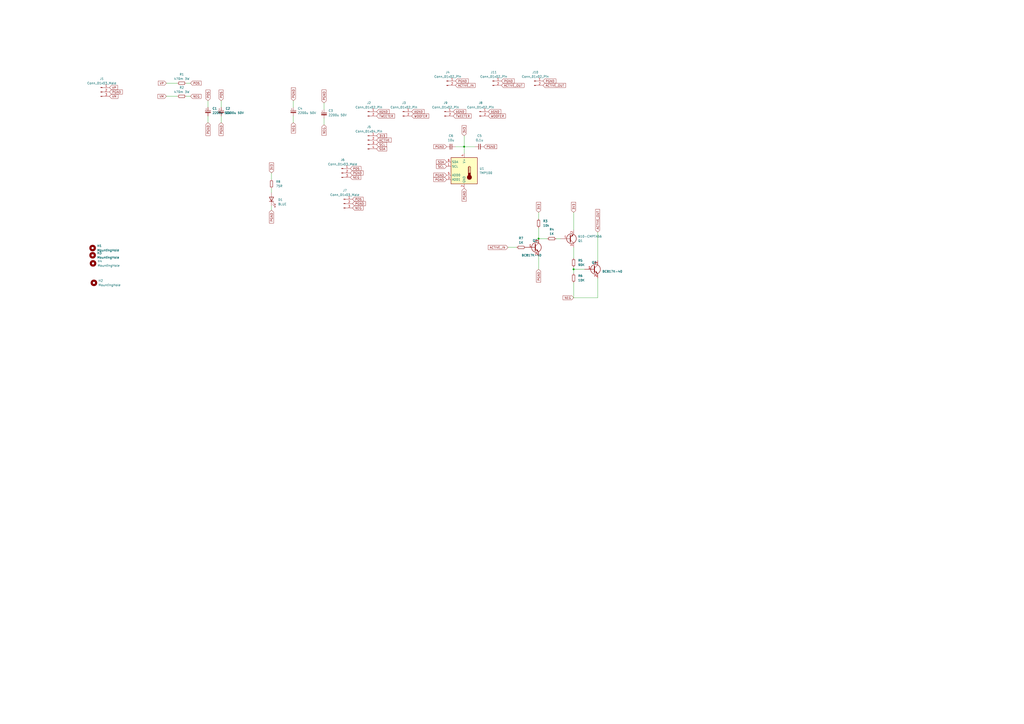
<source format=kicad_sch>
(kicad_sch (version 20231120) (generator "eeschema") (generator_version "8.0")
  (paper "A2")
  (lib_symbols
    (symbol "Connector:Conn_01x02_Pin" (pin_names (offset 1.016) hide)
      (property "Reference" "J" (at 0 2.54 0))
      (property "Value" "Conn_01x02_Pin" (at 0 -5.08 0))
      (symbol "Conn_01x02_Pin_1_1"
        (polyline (pts (xy 1.27 -2.54) (xy 0.8636 -2.54)) (stroke (width 0.1524)))
        (polyline (pts (xy 1.27 0) (xy 0.8636 0)) (stroke (width 0.1524)))
        (rectangle (start 0.8636 -2.413) (end 0 -2.667) (stroke (width 0.1524)) (fill (type outline)))
        (rectangle (start 0.8636 0.127) (end 0 -0.127) (stroke (width 0.1524)) (fill (type outline)))
        (pin passive line (at 5.08 0 180) (length 3.81) (name "Pin_1") (number "1"))
        (pin passive line (at 5.08 -2.54 180) (length 3.81) (name "Pin_2") (number "2"))
      )
    )
    (symbol "Connector:Conn_01x03_Male" (pin_names (offset 1.016) hide)
      (property "Reference" "J" (at 0 5.08 0))
      (property "Value" "Conn_01x03_Male" (at 0 -5.08 0))
      (symbol "Conn_01x03_Male_1_1"
        (polyline (pts (xy 1.27 -2.54) (xy 0.8636 -2.54)) (stroke (width 0.1524)))
        (polyline (pts (xy 1.27 0) (xy 0.8636 0)) (stroke (width 0.1524)))
        (polyline (pts (xy 1.27 2.54) (xy 0.8636 2.54)) (stroke (width 0.1524)))
        (rectangle (start 0.8636 -2.413) (end 0 -2.667) (stroke (width 0.1524)) (fill (type outline)))
        (rectangle (start 0.8636 0.127) (end 0 -0.127) (stroke (width 0.1524)) (fill (type outline)))
        (rectangle (start 0.8636 2.667) (end 0 2.413) (stroke (width 0.1524)) (fill (type outline)))
        (pin passive line (at 5.08 2.54 180) (length 3.81) (name "Pin_1") (number "1"))
        (pin passive line (at 5.08 0 180) (length 3.81) (name "Pin_2") (number "2"))
        (pin passive line (at 5.08 -2.54 180) (length 3.81) (name "Pin_3") (number "3"))
      )
    )
    (symbol "Connector:Conn_01x04_Pin" (pin_names (offset 1.016) hide)
      (property "Reference" "J" (at 0 5.08 0))
      (property "Value" "Conn_01x04_Pin" (at 0 -7.62 0))
      (symbol "Conn_01x04_Pin_1_1"
        (polyline (pts (xy 1.27 -5.08) (xy 0.8636 -5.08)) (stroke (width 0.1524)))
        (polyline (pts (xy 1.27 -2.54) (xy 0.8636 -2.54)) (stroke (width 0.1524)))
        (polyline (pts (xy 1.27 0) (xy 0.8636 0)) (stroke (width 0.1524)))
        (polyline (pts (xy 1.27 2.54) (xy 0.8636 2.54)) (stroke (width 0.1524)))
        (rectangle (start 0.8636 -4.953) (end 0 -5.207) (stroke (width 0.1524)) (fill (type outline)))
        (rectangle (start 0.8636 -2.413) (end 0 -2.667) (stroke (width 0.1524)) (fill (type outline)))
        (rectangle (start 0.8636 0.127) (end 0 -0.127) (stroke (width 0.1524)) (fill (type outline)))
        (rectangle (start 0.8636 2.667) (end 0 2.413) (stroke (width 0.1524)) (fill (type outline)))
        (pin passive line (at 5.08 2.54 180) (length 3.81) (name "Pin_1") (number "1"))
        (pin passive line (at 5.08 0 180) (length 3.81) (name "Pin_2") (number "2"))
        (pin passive line (at 5.08 -2.54 180) (length 3.81) (name "Pin_3") (number "3"))
        (pin passive line (at 5.08 -5.08 180) (length 3.81) (name "Pin_4") (number "4"))
      )
    )
    (symbol "Device:C_Polarized_Small" (pin_numbers hide) (pin_names (offset 0.254) hide)
      (property "Reference" "C" (at 0.254 1.778 0))
      (property "Value" "C_Polarized_Small" (at 0.254 -2.032 0))
      (symbol "C_Polarized_Small_0_1"
        (rectangle (start -1.524 -0.3048) (end 1.524 -0.6858) (fill (type outline)))
        (rectangle (start -1.524 0.6858) (end 1.524 0.3048))
        (polyline (pts (xy -1.27 1.524) (xy -0.762 1.524)))
        (polyline (pts (xy -1.016 1.27) (xy -1.016 1.778)))
      )
      (symbol "C_Polarized_Small_1_1"
        (pin passive line (at 0 2.54 270) (length 1.8542) (name "~") (number "1"))
        (pin passive line (at 0 -2.54 90) (length 1.8542) (name "~") (number "2"))
      )
    )
    (symbol "Device:C_Small" (pin_numbers hide) (pin_names (offset 0.254) hide)
      (property "Reference" "C" (at 0.254 1.778 0))
      (property "Value" "C_Small" (at 0.254 -2.032 0))
      (symbol "C_Small_0_1"
        (polyline (pts (xy -1.524 -0.508) (xy 1.524 -0.508)) (stroke (width 0.3302)))
        (polyline (pts (xy -1.524 0.508) (xy 1.524 0.508)) (stroke (width 0.3048)))
      )
      (symbol "C_Small_1_1"
        (pin passive line (at 0 2.54 270) (length 2.032) (name "~") (number "1"))
        (pin passive line (at 0 -2.54 90) (length 2.032) (name "~") (number "2"))
      )
    )
    (symbol "Device:LED" (pin_numbers hide) (pin_names (offset 1.016) hide)
      (property "Reference" "D" (at 0 2.54 0))
      (property "Value" "LED" (at 0 -2.54 0))
      (symbol "LED_0_1"
        (polyline (pts (xy -1.27 -1.27) (xy -1.27 1.27)) (stroke (width 0.254)))
        (polyline (pts (xy -1.27 0) (xy 1.27 0)))
        (polyline (pts (xy 1.27 -1.27) (xy 1.27 1.27) (xy -1.27 0) (xy 1.27 -1.27)) (stroke (width 0.254)))
        (polyline (pts (xy -3.048 -0.762) (xy -4.572 -2.286) (xy -3.81 -2.286) (xy -4.572 -2.286) (xy -4.572 -1.524)))
        (polyline (pts (xy -1.778 -0.762) (xy -3.302 -2.286) (xy -2.54 -2.286) (xy -3.302 -2.286) (xy -3.302 -1.524)))
      )
      (symbol "LED_1_1"
        (pin passive line (at -3.81 0 0) (length 2.54) (name "K") (number "1"))
        (pin passive line (at 3.81 0 180) (length 2.54) (name "A") (number "2"))
      )
    )
    (symbol "Device:Q_PNP_BEC" (pin_names (offset 0) hide)
      (property "Reference" "Q" (at 5.08 1.27 0))
      (property "Value" "Q_PNP_BEC" (at 5.08 -1.27 0))
      (symbol "Q_PNP_BEC_0_1"
        (polyline (pts (xy 0.635 0.635) (xy 2.54 2.54)))
        (polyline (pts (xy 0.635 -0.635) (xy 2.54 -2.54) (xy 2.54 -2.54)))
        (polyline (pts (xy 0.635 1.905) (xy 0.635 -1.905) (xy 0.635 -1.905)) (stroke (width 0.508)))
        (polyline (pts (xy 2.286 -1.778) (xy 1.778 -2.286) (xy 1.27 -1.27) (xy 2.286 -1.778) (xy 2.286 -1.778)) (fill (type outline)))
        (circle (center 1.27 0) (radius 2.8194) (stroke (width 0.254)))
      )
      (symbol "Q_PNP_BEC_1_1"
        (pin input line (at -5.08 0 0) (length 5.715) (name "B") (number "1"))
        (pin passive line (at 2.54 -5.08 90) (length 2.54) (name "E") (number "2"))
        (pin passive line (at 2.54 5.08 270) (length 2.54) (name "C") (number "3"))
      )
    )
    (symbol "Device:R_Small" (pin_numbers hide) (pin_names (offset 0.254) hide)
      (property "Reference" "R" (at 0.762 0.508 0))
      (property "Value" "R_Small" (at 0.762 -1.016 0))
      (symbol "R_Small_0_1"
        (rectangle (start -0.762 1.778) (end 0.762 -1.778) (stroke (width 0.2032)))
      )
      (symbol "R_Small_1_1"
        (pin passive line (at 0 2.54 270) (length 0.762) (name "~") (number "1"))
        (pin passive line (at 0 -2.54 90) (length 0.762) (name "~") (number "2"))
      )
    )
    (symbol "Mechanical:MountingHole" (pin_names (offset 1.016))
      (property "Reference" "H" (at 0 5.08 0))
      (property "Value" "MountingHole" (at 0 3.175 0))
      (symbol "MountingHole_0_1"
        (circle (center 0 0) (radius 1.27) (stroke (width 1.27)))
      )
    )
    (symbol "Sensor_Temperature:TMP100"
      (property "Reference" "U" (at 10.16 6.35 0))
      (property "Value" "TMP100" (at 12.7 3.81 0))
      (symbol "TMP100_0_1"
        (rectangle (start -7.62 7.62) (end 7.62 -7.62) (stroke (width 0.254)) (fill (type background)))
      )
      (symbol "TMP100_1_1"
        (polyline (pts (xy 2.413 -0.635) (xy 3.048 -0.635)) (stroke (width 0.254)))
        (polyline (pts (xy 2.413 0) (xy 3.048 0)) (stroke (width 0.254)))
        (polyline (pts (xy 2.413 0.635) (xy 3.048 0.635)) (stroke (width 0.254)))
        (polyline (pts (xy 2.413 1.27) (xy 3.048 1.27)) (stroke (width 0.254)))
        (polyline (pts (xy 2.413 1.905) (xy 2.413 -1.27)) (stroke (width 0.254)))
        (polyline (pts (xy 2.413 1.905) (xy 3.048 1.905)) (stroke (width 0.254)))
        (polyline (pts (xy 3.683 1.905) (xy 3.683 -1.27)) (stroke (width 0.254)))
        (circle (center 3.048 -3.81) (radius 1.27) (stroke (width 0.254)) (fill (type outline)))
        (rectangle (start 3.683 -3.175) (end 2.413 -1.27) (stroke (width 0.254)) (fill (type outline)))
        (arc (start 3.683 1.905) (mid 3.048 2.5373) (end 2.413 1.905) (stroke (width 0.254)))
        (pin input line (at -10.16 2.54 0) (length 2.54) (name "SCL") (number "1"))
        (pin power_in line (at 0 -10.16 90) (length 2.54) (name "GND") (number "2"))
        (pin input line (at -10.16 -5.08 0) (length 2.54) (name "ADD1") (number "3"))
        (pin power_in line (at 0 10.16 270) (length 2.54) (name "V+") (number "4"))
        (pin input line (at -10.16 -2.54 0) (length 2.54) (name "ADD0") (number "5"))
        (pin bidirectional line (at -10.16 5.08 0) (length 2.54) (name "SDA") (number "6"))
      )
    )
    (symbol "Transistor_BJT:2N3055" (pin_names (offset 0) hide)
      (property "Reference" "Q" (at 5.08 1.905 0))
      (property "Value" "2N3055" (at 5.08 0 0))
      (symbol "2N3055_0_1"
        (polyline (pts (xy 0.635 0.635) (xy 2.54 2.54)))
        (polyline (pts (xy 0.635 -0.635) (xy 2.54 -2.54) (xy 2.54 -2.54)))
        (polyline (pts (xy 0.635 1.905) (xy 0.635 -1.905) (xy 0.635 -1.905)) (stroke (width 0.508)))
        (polyline (pts (xy 1.27 -1.778) (xy 1.778 -1.27) (xy 2.286 -2.286) (xy 1.27 -1.778) (xy 1.27 -1.778)) (fill (type outline)))
        (circle (center 1.27 0) (radius 2.8194) (stroke (width 0.254)))
      )
      (symbol "2N3055_1_1"
        (pin input line (at -5.08 0 0) (length 5.715) (name "B") (number "1"))
        (pin passive line (at 2.54 -5.08 90) (length 2.54) (name "E") (number "2"))
        (pin passive line (at 2.54 5.08 270) (length 2.54) (name "C") (number "3"))
      )
    )
  )
  (junction (at 312.42 138.43))
  (junction (at 332.74 156.21))
  (junction (at 269.24 85.09))
  (wire (pts (xy 102.87 48.26) (xy 96.52 48.26)))
  (wire (pts (xy 110.49 55.88) (xy 107.95 55.88)))
  (wire (pts (xy 312.42 156.21) (xy 312.42 148.59)))
  (wire (pts (xy 128.27 58.42) (xy 128.27 62.23)))
  (wire (pts (xy 332.74 172.72) (xy 346.71 172.72)))
  (wire (pts (xy 102.87 55.88) (xy 96.52 55.88)))
  (wire (pts (xy 170.18 71.12) (xy 170.18 67.31)))
  (wire (pts (xy 120.65 71.12) (xy 120.65 67.31)))
  (wire (pts (xy 332.74 158.75) (xy 332.74 156.21)))
  (wire (pts (xy 170.18 58.42) (xy 170.18 62.23)))
  (wire (pts (xy 294.64 143.51) (xy 299.72 143.51)))
  (wire (pts (xy 187.96 72.39) (xy 187.96 68.58)))
  (wire (pts (xy 332.74 172.72) (xy 332.74 163.83)))
  (wire (pts (xy 269.24 85.09) (xy 275.59 85.09)))
  (wire (pts (xy 269.24 85.09) (xy 269.24 88.9)))
  (wire (pts (xy 187.96 59.69) (xy 187.96 63.5)))
  (wire (pts (xy 157.48 104.14) (xy 157.48 100.33)))
  (wire (pts (xy 312.42 132.08) (xy 312.42 138.43)))
  (wire (pts (xy 332.74 143.51) (xy 332.74 149.86)))
  (wire (pts (xy 264.16 85.09) (xy 269.24 85.09)))
  (wire (pts (xy 120.65 58.42) (xy 120.65 62.23)))
  (wire (pts (xy 312.42 123.19) (xy 312.42 127)))
  (wire (pts (xy 332.74 156.21) (xy 332.74 154.94)))
  (wire (pts (xy 332.74 123.19) (xy 332.74 133.35)))
  (wire (pts (xy 157.48 121.92) (xy 157.48 119.38)))
  (wire (pts (xy 157.48 111.76) (xy 157.48 109.22)))
  (wire (pts (xy 346.71 134.62) (xy 346.71 151.13)))
  (wire (pts (xy 269.24 78.74) (xy 269.24 85.09)))
  (wire (pts (xy 346.71 161.29) (xy 346.71 172.72)))
  (wire (pts (xy 332.74 156.21) (xy 339.09 156.21)))
  (wire (pts (xy 312.42 138.43) (xy 317.5 138.43)))
  (wire (pts (xy 322.58 138.43) (xy 325.12 138.43)))
  (wire (pts (xy 128.27 71.12) (xy 128.27 67.31)))
  (wire (pts (xy 110.49 48.26) (xy 107.95 48.26)))
  (global_label "PGND" (shape input) (at 187.96 59.69 90) (property "Intersheetrefs" "${INTERSHEET_REFS}" (effects (hide yes))))
  (global_label "POS" (shape input) (at 203.2 97.79 0) (property "Intersheetrefs" "${INTERSHEET_REFS}" (effects (hide yes))))
  (global_label "3V3" (shape input) (at 332.74 123.19 90) (property "Intersheetrefs" "${INTERSHEET_REFS}" (effects (hide yes))))
  (global_label "PGND" (shape input) (at 128.27 71.12 270) (property "Intersheetrefs" "${INTERSHEET_REFS}" (effects (hide yes))))
  (global_label "PGND" (shape input) (at 269.24 109.22 270) (property "Intersheetrefs" "${INTERSHEET_REFS}" (effects (hide yes))))
  (global_label "PGND" (shape input) (at 264.16 46.99 0) (property "Intersheetrefs" "${INTERSHEET_REFS}" (effects (hide yes))))
  (global_label "POS" (shape input) (at 204.47 115.57 0) (property "Intersheetrefs" "${INTERSHEET_REFS}" (effects (hide yes))))
  (global_label "PGND" (shape input) (at 312.42 156.21 270) (property "Intersheetrefs" "${INTERSHEET_REFS}" (effects (hide yes))))
  (global_label "ACTIVE_OUT" (shape input) (at 290.83 49.53 0) (property "Intersheetrefs" "${INTERSHEET_REFS}" (effects (hide yes))))
  (global_label "NEG" (shape input) (at 204.47 120.65 0) (property "Intersheetrefs" "${INTERSHEET_REFS}" (effects (hide yes))))
  (global_label "PGND" (shape input) (at 259.08 85.09 180) (property "Intersheetrefs" "${INTERSHEET_REFS}" (effects (hide yes))))
  (global_label "3V3" (shape input) (at 157.48 100.33 90) (property "Intersheetrefs" "${INTERSHEET_REFS}" (effects (hide yes))))
  (global_label "PGND" (shape input) (at 170.18 58.42 90) (property "Intersheetrefs" "${INTERSHEET_REFS}" (effects (hide yes))))
  (global_label "ACTIVE" (shape input) (at 218.44 81.28 0) (property "Intersheetrefs" "${INTERSHEET_REFS}" (effects (hide yes))))
  (global_label "PGND" (shape input) (at 157.48 121.92 270) (property "Intersheetrefs" "${INTERSHEET_REFS}" (effects (hide yes))))
  (global_label "PGND" (shape input) (at 259.08 101.6 180) (property "Intersheetrefs" "${INTERSHEET_REFS}" (effects (hide yes))))
  (global_label "NEG" (shape input) (at 110.49 55.88 0) (property "Intersheetrefs" "${INTERSHEET_REFS}" (effects (hide yes))))
  (global_label "AGND" (shape input) (at 283.21 64.77 0) (property "Intersheetrefs" "${INTERSHEET_REFS}" (effects (hide yes))))
  (global_label "ACTIVE_OUT" (shape input) (at 346.71 134.62 90) (property "Intersheetrefs" "${INTERSHEET_REFS}" (effects (hide yes))))
  (global_label "SDA" (shape input) (at 218.44 86.36 0) (property "Intersheetrefs" "${INTERSHEET_REFS}" (effects (hide yes))))
  (global_label "WOOFER" (shape input) (at 283.21 67.31 0) (property "Intersheetrefs" "${INTERSHEET_REFS}" (effects (hide yes))))
  (global_label "3V3" (shape input) (at 218.44 78.74 0) (property "Intersheetrefs" "${INTERSHEET_REFS}" (effects (hide yes))))
  (global_label "ACTIVE_OUT" (shape input) (at 314.96 49.53 0) (property "Intersheetrefs" "${INTERSHEET_REFS}" (effects (hide yes))))
  (global_label "AGND" (shape input) (at 238.76 64.77 0) (property "Intersheetrefs" "${INTERSHEET_REFS}" (effects (hide yes))))
  (global_label "VP" (shape input) (at 96.52 48.26 180) (property "Intersheetrefs" "${INTERSHEET_REFS}" (effects (hide yes))))
  (global_label "SDA" (shape input) (at 259.08 93.98 180) (property "Intersheetrefs" "${INTERSHEET_REFS}" (effects (hide yes))))
  (global_label "NEG" (shape input) (at 170.18 71.12 270) (property "Intersheetrefs" "${INTERSHEET_REFS}" (effects (hide yes))))
  (global_label "VM" (shape input) (at 63.5 55.88 0) (property "Intersheetrefs" "${INTERSHEET_REFS}" (effects (hide yes))))
  (global_label "SCL" (shape input) (at 259.08 96.52 180) (property "Intersheetrefs" "${INTERSHEET_REFS}" (effects (hide yes))))
  (global_label "3V3" (shape input) (at 312.42 123.19 90) (property "Intersheetrefs" "${INTERSHEET_REFS}" (effects (hide yes))))
  (global_label "PGND" (shape input) (at 120.65 71.12 270) (property "Intersheetrefs" "${INTERSHEET_REFS}" (effects (hide yes))))
  (global_label "PGND" (shape input) (at 203.2 100.33 0) (property "Intersheetrefs" "${INTERSHEET_REFS}" (effects (hide yes))))
  (global_label "POS" (shape input) (at 110.49 48.26 0) (property "Intersheetrefs" "${INTERSHEET_REFS}" (effects (hide yes))))
  (global_label "POS" (shape input) (at 120.65 58.42 90) (property "Intersheetrefs" "${INTERSHEET_REFS}" (effects (hide yes))))
  (global_label "PGND" (shape input) (at 259.08 104.14 180) (property "Intersheetrefs" "${INTERSHEET_REFS}" (effects (hide yes))))
  (global_label "ACTIVE_IN" (shape input) (at 264.16 49.53 0) (property "Intersheetrefs" "${INTERSHEET_REFS}" (effects (hide yes))))
  (global_label "VP" (shape input) (at 63.5 50.8 0) (property "Intersheetrefs" "${INTERSHEET_REFS}" (effects (hide yes))))
  (global_label "PGND" (shape input) (at 280.67 85.09 0) (property "Intersheetrefs" "${INTERSHEET_REFS}" (effects (hide yes))))
  (global_label "SCL" (shape input) (at 218.44 83.82 0) (property "Intersheetrefs" "${INTERSHEET_REFS}" (effects (hide yes))))
  (global_label "PGND" (shape input) (at 204.47 118.11 0) (property "Intersheetrefs" "${INTERSHEET_REFS}" (effects (hide yes))))
  (global_label "NEG" (shape input) (at 187.96 72.39 270) (property "Intersheetrefs" "${INTERSHEET_REFS}" (effects (hide yes))))
  (global_label "ACTIVE_IN" (shape input) (at 294.64 143.51 180) (property "Intersheetrefs" "${INTERSHEET_REFS}" (effects (hide yes))))
  (global_label "TWEETER" (shape input) (at 262.89 67.31 0) (property "Intersheetrefs" "${INTERSHEET_REFS}" (effects (hide yes))))
  (global_label "AGND" (shape input) (at 218.44 64.77 0) (property "Intersheetrefs" "${INTERSHEET_REFS}" (effects (hide yes))))
  (global_label "VM" (shape input) (at 96.52 55.88 180) (property "Intersheetrefs" "${INTERSHEET_REFS}" (effects (hide yes))))
  (global_label "PGND" (shape input) (at 290.83 46.99 0) (property "Intersheetrefs" "${INTERSHEET_REFS}" (effects (hide yes))))
  (global_label "WOOFER" (shape input) (at 238.76 67.31 0) (property "Intersheetrefs" "${INTERSHEET_REFS}" (effects (hide yes))))
  (global_label "AGND" (shape input) (at 262.89 64.77 0) (property "Intersheetrefs" "${INTERSHEET_REFS}" (effects (hide yes))))
  (global_label "TWEETER" (shape input) (at 218.44 67.31 0) (property "Intersheetrefs" "${INTERSHEET_REFS}" (effects (hide yes))))
  (global_label "PGND" (shape input) (at 314.96 46.99 0) (property "Intersheetrefs" "${INTERSHEET_REFS}" (effects (hide yes))))
  (global_label "POS" (shape input) (at 128.27 58.42 90) (property "Intersheetrefs" "${INTERSHEET_REFS}" (effects (hide yes))))
  (global_label "PGND" (shape input) (at 63.5 53.34 0) (property "Intersheetrefs" "${INTERSHEET_REFS}" (effects (hide yes))))
  (global_label "3V3" (shape input) (at 269.24 78.74 90) (property "Intersheetrefs" "${INTERSHEET_REFS}" (effects (hide yes))))
  (global_label "NEG" (shape input) (at 332.74 172.72 180) (property "Intersheetrefs" "${INTERSHEET_REFS}" (effects (hide yes))))
  (global_label "NEG" (shape input) (at 203.2 102.87 0) (property "Intersheetrefs" "${INTERSHEET_REFS}" (effects (hide yes))))
  (symbol (lib_id "Device:C_Polarized_Small") (at 120.65 64.77 0) (unit 1)
    (property "Reference" "C1" (at 123.19 62.9538 0) (effects (justify left)))
    (property "Value" "2200u 50V" (at 123.19 65.4938 0) (effects (justify left)))
    (property "Footprint" "Capacitor_THT:CP_Radial_D16.0mm_P7.50mm" (effects (hide yes)))
    (property "Description" "Polarized capacitor, small symbol" (effects (hide yes)))
  )
  (symbol (lib_id "Connector:Conn_01x02_Pin") (at 278.13 64.77 0) (unit 1)
    (property "Reference" "J8" (at 278.765 59.69 0))
    (property "Value" "Conn_01x02_Pin" (at 278.765 62.23 0))
    (property "Footprint" "Connector_JST:JST_PH_B2B-PH-K_1x02_P2.00mm_Vertical" (effects (hide yes)))
    (property "Description" "Generic connector, single row, 01x02, script generated" (effects (hide yes)))
  )
  (symbol (lib_id "Connector:Conn_01x02_Pin") (at 233.68 64.77 0) (unit 1)
    (property "Reference" "J3" (at 234.315 59.69 0))
    (property "Value" "Conn_01x02_Pin" (at 234.315 62.23 0))
    (property "Footprint" "Connector_JST:JST_PH_B2B-PH-K_1x02_P2.00mm_Vertical" (effects (hide yes)))
    (property "Description" "Generic connector, single row, 01x02, script generated" (effects (hide yes)))
  )
  (symbol (lib_id "Device:R_Small") (at 332.74 152.4 180) (unit 1)
    (property "Reference" "R5" (at 335.28 151.1299 0) (effects (justify right)))
    (property "Value" "90K" (at 335.28 153.6699 0) (effects (justify right)))
    (property "Footprint" "Resistor_SMD:R_0603_1608Metric_Pad0.98x0.95mm_HandSolder" (effects (hide yes)))
  )
  (symbol (lib_id "Connector:Conn_01x03_Male") (at 58.42 53.34 0) (unit 1)
    (property "Reference" "J1" (at 59.055 45.72 0))
    (property "Value" "Conn_01x03_Male" (at 59.055 48.26 0))
    (property "Footprint" "Connector_JST:JST_VH_B3P-VH-B_1x03_P3.96mm_Vertical" (effects (hide yes)))
  )
  (symbol (lib_id "Mechanical:MountingHole") (at 53.975 152.781 0) (unit 1)
    (property "Reference" "H4" (at 56.515 151.5109 0) (effects (justify left)))
    (property "Value" "MountingHole" (at 56.515 154.0509 0) (effects (justify left)))
    (property "Footprint" "MountingHole:MountingHole_3.2mm_M3" (effects (hide yes)))
  )
  (symbol (lib_id "Connector:Conn_01x02_Pin") (at 309.88 46.99 0) (unit 1)
    (property "Reference" "J10" (at 310.515 41.91 0))
    (property "Value" "Conn_01x02_Pin" (at 310.515 44.45 0))
    (property "Footprint" "Connector_JST:JST_PH_B2B-PH-K_1x02_P2.00mm_Vertical" (effects (hide yes)))
    (property "Description" "Generic connector, single row, 01x02, script generated" (effects (hide yes)))
  )
  (symbol (lib_id "Device:LED") (at 157.48 115.57 90) (unit 1)
    (property "Reference" "D1" (at 161.29 115.8874 90) (effects (justify right)))
    (property "Value" "BLUE" (at 161.29 118.4274 90) (effects (justify right)))
    (property "Footprint" "LED_SMD:LED_0805_2012Metric" (effects (hide yes)))
    (property "Description" "Light emitting diode" (effects (hide yes)))
  )
  (symbol (lib_id "Connector:Conn_01x02_Pin") (at 213.36 64.77 0) (unit 1)
    (property "Reference" "J2" (at 213.995 59.69 0))
    (property "Value" "Conn_01x02_Pin" (at 213.995 62.23 0))
    (property "Footprint" "Connector_JST:JST_PH_B2B-PH-K_1x02_P2.00mm_Vertical" (effects (hide yes)))
    (property "Description" "Generic connector, single row, 01x02, script generated" (effects (hide yes)))
  )
  (symbol (lib_id "Device:R_Small") (at 105.41 48.26 90) (unit 1)
    (property "Reference" "R1" (at 105.41 43.18 90))
    (property "Value" "470m 3W" (at 105.41 45.72 90))
    (property "Footprint" "Resistor_SMD:R_1218_3246Metric_Pad1.22x4.75mm_HandSolder" (effects (hide yes)))
    (property "Description" "Resistor, small symbol" (effects (hide yes)))
    (property "Mouser" "RLW73PA3FR47TDF" (effects (hide yes)))
  )
  (symbol (lib_id "Connector:Conn_01x02_Pin") (at 257.81 64.77 0) (unit 1)
    (property "Reference" "J9" (at 258.445 59.69 0))
    (property "Value" "Conn_01x02_Pin" (at 258.445 62.23 0))
    (property "Footprint" "Connector_JST:JST_PH_B2B-PH-K_1x02_P2.00mm_Vertical" (effects (hide yes)))
    (property "Description" "Generic connector, single row, 01x02, script generated" (effects (hide yes)))
  )
  (symbol (lib_id "Device:R_Small") (at 320.04 138.43 90) (unit 1)
    (property "Reference" "R4" (at 320.04 133.096 90))
    (property "Value" "1K" (at 320.04 135.636 90))
    (property "Footprint" "Resistor_SMD:R_0603_1608Metric_Pad0.98x0.95mm_HandSolder" (effects (hide yes)))
  )
  (symbol (lib_id "Transistor_BJT:2N3055") (at 309.88 143.51 0) (unit 1)
    (property "Reference" "Q2" (at 308.991 139.573 0) (effects (justify left)))
    (property "Value" "BC817K-40" (at 302.514 148.082 0) (effects (justify left)))
    (property "Footprint" "Package_TO_SOT_SMD:TSOT-23" (effects (hide yes)))
    (property "Datasheet" "http://www.onsemi.com/pub_link/Collateral/2N3055-D.PDF" (effects (hide yes)))
  )
  (symbol (lib_id "Device:Q_PNP_BEC") (at 330.2 138.43 0) (mirror x) (unit 1)
    (property "Reference" "Q1" (at 335.28 139.7001 0) (effects (justify left)))
    (property "Value" "610-CMPTA56" (at 335.28 137.1601 0) (effects (justify left)))
    (property "Footprint" "Package_TO_SOT_SMD:TSOT-23" (effects (hide yes)))
    (property "Description" "PNP transistor, base/emitter/collector" (effects (hide yes)))
  )
  (symbol (lib_id "Device:C_Small") (at 261.62 85.09 270) (unit 1)
    (property "Reference" "C6" (at 261.6136 78.74 90))
    (property "Value" "10u" (at 261.6136 81.28 90))
    (property "Footprint" "Capacitor_SMD:C_1206_3216Metric_Pad1.33x1.80mm_HandSolder" (effects (hide yes)))
    (property "Description" "Unpolarized capacitor, small symbol" (effects (hide yes)))
  )
  (symbol (lib_id "Connector:Conn_01x03_Male") (at 199.39 118.11 0) (unit 1)
    (property "Reference" "J7" (at 200.025 110.49 0))
    (property "Value" "Conn_01x03_Male" (at 200.025 113.03 0))
    (property "Footprint" "Connector_JST:JST_VH_B3P-VH-B_1x03_P3.96mm_Vertical" (effects (hide yes)))
  )
  (symbol (lib_id "Device:R_Small") (at 157.48 106.68 180) (unit 1)
    (property "Reference" "R8" (at 160.02 105.4099 0) (effects (justify right)))
    (property "Value" "75R" (at 160.02 107.9499 0) (effects (justify right)))
    (property "Footprint" "Resistor_SMD:R_0603_1608Metric_Pad0.98x0.95mm_HandSolder" (effects (hide yes)))
  )
  (symbol (lib_id "Mechanical:MountingHole") (at 53.721 148.082 0) (unit 1)
    (property "Reference" "H3" (at 56.261 146.8119 0) (effects (justify left)))
    (property "Value" "MountingHole" (at 56.261 149.3519 0) (effects (justify left)))
    (property "Footprint" "MountingHole:MountingHole_3.2mm_M3" (effects (hide yes)))
  )
  (symbol (lib_id "Device:R_Small") (at 302.26 143.51 90) (unit 1)
    (property "Reference" "R7" (at 302.26 138.176 90))
    (property "Value" "1K" (at 302.26 140.716 90))
    (property "Footprint" "Resistor_SMD:R_0603_1608Metric_Pad0.98x0.95mm_HandSolder" (effects (hide yes)))
  )
  (symbol (lib_id "Mechanical:MountingHole") (at 53.721 143.891 0) (unit 1)
    (property "Reference" "H1" (at 56.261 142.6209 0) (effects (justify left)))
    (property "Value" "MountingHole" (at 56.261 145.1609 0) (effects (justify left)))
    (property "Footprint" "MountingHole:MountingHole_3.2mm_M3" (effects (hide yes)))
  )
  (symbol (lib_id "Connector:Conn_01x02_Pin") (at 259.08 46.99 0) (unit 1)
    (property "Reference" "J4" (at 259.715 41.91 0))
    (property "Value" "Conn_01x02_Pin" (at 259.715 44.45 0))
    (property "Footprint" "Connector_JST:JST_PH_B2B-PH-K_1x02_P2.00mm_Vertical" (effects (hide yes)))
    (property "Description" "Generic connector, single row, 01x02, script generated" (effects (hide yes)))
  )
  (symbol (lib_id "Device:R_Small") (at 312.42 129.54 180) (unit 1)
    (property "Reference" "R3" (at 314.96 128.2699 0) (effects (justify right)))
    (property "Value" "10k" (at 314.96 130.8099 0) (effects (justify right)))
    (property "Footprint" "Resistor_SMD:R_0603_1608Metric_Pad0.98x0.95mm_HandSolder" (effects (hide yes)))
  )
  (symbol (lib_id "Device:R_Small") (at 105.41 55.88 90) (unit 1)
    (property "Reference" "R2" (at 105.41 50.8 90))
    (property "Value" "470m 3W" (at 105.41 53.34 90))
    (property "Footprint" "Resistor_SMD:R_1218_3246Metric_Pad1.22x4.75mm_HandSolder" (effects (hide yes)))
    (property "Description" "Resistor, small symbol" (effects (hide yes)))
    (property "Mouser" "RLW73PA3FR47TDF" (effects (hide yes)))
  )
  (symbol (lib_id "Connector:Conn_01x03_Male") (at 198.12 100.33 0) (unit 1)
    (property "Reference" "J6" (at 198.755 92.71 0))
    (property "Value" "Conn_01x03_Male" (at 198.755 95.25 0))
    (property "Footprint" "Connector_JST:JST_VH_B3P-VH-B_1x03_P3.96mm_Vertical" (effects (hide yes)))
  )
  (symbol (lib_id "Device:C_Polarized_Small") (at 187.96 66.04 0) (unit 1)
    (property "Reference" "C3" (at 190.5 64.2238 0) (effects (justify left)))
    (property "Value" "2200u 50V" (at 190.5 66.7638 0) (effects (justify left)))
    (property "Footprint" "Capacitor_THT:CP_Radial_D16.0mm_P7.50mm" (effects (hide yes)))
    (property "Description" "Polarized capacitor, small symbol" (effects (hide yes)))
  )
  (symbol (lib_id "Connector:Conn_01x04_Pin") (at 213.36 81.28 0) (unit 1)
    (property "Reference" "J5" (at 213.995 73.66 0))
    (property "Value" "Conn_01x04_Pin" (at 213.995 76.2 0))
    (property "Footprint" "Connector_JST:JST_PH_B4B-PH-K_1x04_P2.00mm_Vertical" (effects (hide yes)))
    (property "Description" "Generic connector, single row, 01x04, script generated" (effects (hide yes)))
  )
  (symbol (lib_id "Device:R_Small") (at 332.74 161.29 180) (unit 1)
    (property "Reference" "R6" (at 335.28 160.0199 0) (effects (justify right)))
    (property "Value" "10K" (at 335.28 162.5599 0) (effects (justify right)))
    (property "Footprint" "Resistor_SMD:R_0603_1608Metric_Pad0.98x0.95mm_HandSolder" (effects (hide yes)))
  )
  (symbol (lib_id "Connector:Conn_01x02_Pin") (at 285.75 46.99 0) (unit 1)
    (property "Reference" "J11" (at 286.385 41.91 0))
    (property "Value" "Conn_01x02_Pin" (at 286.385 44.45 0))
    (property "Footprint" "Connector_JST:JST_PH_B2B-PH-K_1x02_P2.00mm_Vertical" (effects (hide yes)))
    (property "Description" "Generic connector, single row, 01x02, script generated" (effects (hide yes)))
  )
  (symbol (lib_id "Mechanical:MountingHole") (at 54.483 164.084 0) (unit 1)
    (property "Reference" "H2" (at 57.023 162.8139 0) (effects (justify left)))
    (property "Value" "MountingHole" (at 57.023 165.3539 0) (effects (justify left)))
    (property "Footprint" "MountingHole:MountingHole_3.2mm_M3" (effects (hide yes)))
  )
  (symbol (lib_id "Sensor_Temperature:TMP100") (at 269.24 99.06 0) (unit 1)
    (property "Reference" "U1" (at 278.13 97.7899 0) (effects (justify left)))
    (property "Value" "TMP100" (at 278.13 100.3299 0) (effects (justify left)))
    (property "Footprint" "Package_TO_SOT_SMD:SOT-23-6" (effects (hide yes)))
    (property "Datasheet" "http://www.ti.com/lit/gpn/tmp100" (effects (hide yes)))
    (property "Description" "Temperature Sensor with I2C/SMBus Interface, SOT-23-6" (effects (hide yes)))
  )
  (symbol (lib_id "Transistor_BJT:2N3055") (at 344.17 156.21 0) (unit 1)
    (property "Reference" "Q3" (at 343.281 152.273 0) (effects (justify left)))
    (property "Value" "BC817K-40" (at 349.377 157.4799 0) (effects (justify left)))
    (property "Footprint" "Package_TO_SOT_SMD:TSOT-23" (effects (hide yes)))
    (property "Datasheet" "http://www.onsemi.com/pub_link/Collateral/2N3055-D.PDF" (effects (hide yes)))
  )
  (symbol (lib_id "Device:C_Polarized_Small") (at 170.18 64.77 0) (unit 1)
    (property "Reference" "C4" (at 172.72 62.9538 0) (effects (justify left)))
    (property "Value" "2200u 50V" (at 172.72 65.4938 0) (effects (justify left)))
    (property "Footprint" "Capacitor_THT:CP_Radial_D16.0mm_P7.50mm" (effects (hide yes)))
    (property "Description" "Polarized capacitor, small symbol" (effects (hide yes)))
  )
  (symbol (lib_id "Device:C_Small") (at 278.13 85.09 90) (unit 1)
    (property "Reference" "C5" (at 278.1363 78.74 90))
    (property "Value" "0.1u" (at 278.1363 81.28 90))
    (property "Footprint" "Capacitor_SMD:C_0805_2012Metric_Pad1.18x1.45mm_HandSolder" (effects (hide yes)))
    (property "Description" "Unpolarized capacitor, small symbol" (effects (hide yes)))
  )
  (symbol (lib_id "Device:C_Polarized_Small") (at 128.27 64.77 0) (unit 1)
    (property "Reference" "C2" (at 130.81 62.9538 0) (effects (justify left)))
    (property "Value" "2200u 50V" (at 130.81 65.4938 0) (effects (justify left)))
    (property "Footprint" "Capacitor_THT:CP_Radial_D16.0mm_P7.50mm" (effects (hide yes)))
    (property "Description" "Polarized capacitor, small symbol" (effects (hide yes)))
  )
)
</source>
